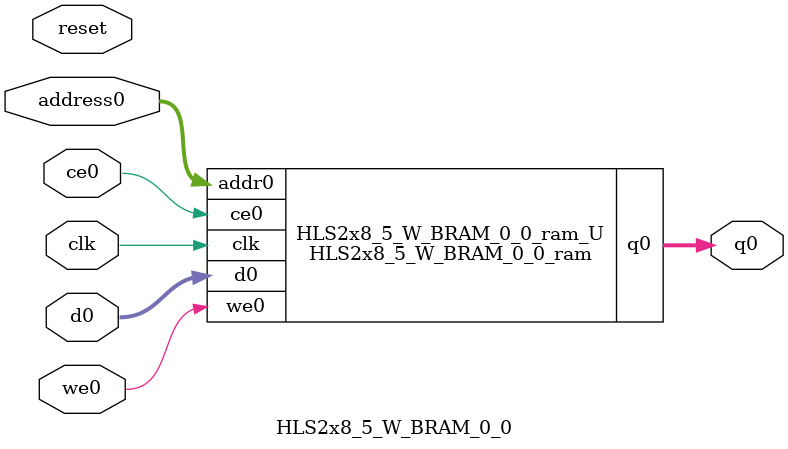
<source format=v>

`timescale 1 ns / 1 ps
module HLS2x8_5_W_BRAM_0_0_ram (addr0, ce0, d0, we0, q0,  clk);

parameter DWIDTH = 16;
parameter AWIDTH = 4;
parameter MEM_SIZE = 9;

input[AWIDTH-1:0] addr0;
input ce0;
input[DWIDTH-1:0] d0;
input we0;
output reg[DWIDTH-1:0] q0;
input clk;

(* ram_style = "distributed" *)reg [DWIDTH-1:0] ram[0:MEM_SIZE-1];




always @(posedge clk)  
begin 
    if (ce0) 
    begin
        if (we0) 
        begin 
            ram[addr0] <= d0; 
            q0 <= d0;
        end 
        else 
            q0 <= ram[addr0];
    end
end


endmodule


`timescale 1 ns / 1 ps
module HLS2x8_5_W_BRAM_0_0(
    reset,
    clk,
    address0,
    ce0,
    we0,
    d0,
    q0);

parameter DataWidth = 32'd16;
parameter AddressRange = 32'd9;
parameter AddressWidth = 32'd4;
input reset;
input clk;
input[AddressWidth - 1:0] address0;
input ce0;
input we0;
input[DataWidth - 1:0] d0;
output[DataWidth - 1:0] q0;



HLS2x8_5_W_BRAM_0_0_ram HLS2x8_5_W_BRAM_0_0_ram_U(
    .clk( clk ),
    .addr0( address0 ),
    .ce0( ce0 ),
    .d0( d0 ),
    .we0( we0 ),
    .q0( q0 ));

endmodule


</source>
